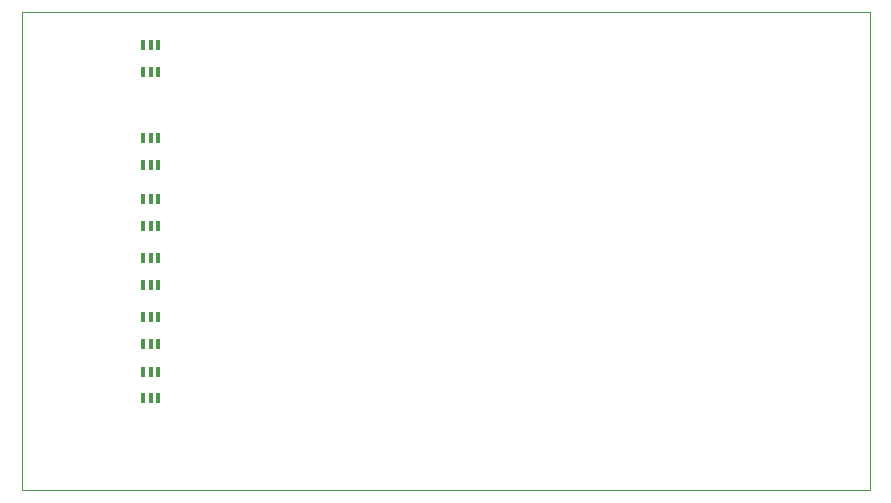
<source format=gbr>
%TF.GenerationSoftware,KiCad,Pcbnew,9.0.5-1.fc42*%
%TF.CreationDate,2025-11-21T18:00:38+01:00*%
%TF.ProjectId,bioamplifier,62696f61-6d70-46c6-9966-6965722e6b69,rev?*%
%TF.SameCoordinates,Original*%
%TF.FileFunction,Paste,Bot*%
%TF.FilePolarity,Positive*%
%FSLAX46Y46*%
G04 Gerber Fmt 4.6, Leading zero omitted, Abs format (unit mm)*
G04 Created by KiCad (PCBNEW 9.0.5-1.fc42) date 2025-11-21 18:00:38*
%MOMM*%
%LPD*%
G01*
G04 APERTURE LIST*
%ADD10R,0.355600X0.850900*%
%TA.AperFunction,Profile*%
%ADD11C,0.100000*%
%TD*%
G04 APERTURE END LIST*
D10*
%TO.C,U9*%
X62149999Y-104773300D03*
X61500000Y-104773300D03*
X60850001Y-104773300D03*
X60850001Y-102500000D03*
X61500000Y-102500000D03*
X62149999Y-102500000D03*
%TD*%
%TO.C,U2*%
X62149999Y-85000000D03*
X61500000Y-85000000D03*
X60850001Y-85000000D03*
X60850001Y-82726700D03*
X61500000Y-82726700D03*
X62149999Y-82726700D03*
%TD*%
%TO.C,U10*%
X62149999Y-95136650D03*
X61500000Y-95136650D03*
X60850001Y-95136650D03*
X60850001Y-92863350D03*
X61500000Y-92863350D03*
X62149999Y-92863350D03*
%TD*%
%TO.C,U4*%
X62149999Y-100136650D03*
X61500000Y-100136650D03*
X60850001Y-100136650D03*
X60850001Y-97863350D03*
X61500000Y-97863350D03*
X62149999Y-97863350D03*
%TD*%
%TO.C,U3*%
X62149999Y-90136650D03*
X61500000Y-90136650D03*
X60850001Y-90136650D03*
X60850001Y-87863350D03*
X61500000Y-87863350D03*
X62149999Y-87863350D03*
%TD*%
%TO.C,U5*%
X60850001Y-74863350D03*
X61500000Y-74863350D03*
X62149999Y-74863350D03*
X62149999Y-77136650D03*
X61500000Y-77136650D03*
X60850001Y-77136650D03*
%TD*%
D11*
X50601596Y-72042903D02*
X122375000Y-72042903D01*
X122375000Y-112556276D01*
X50601596Y-112556276D01*
X50601596Y-72042903D01*
M02*

</source>
